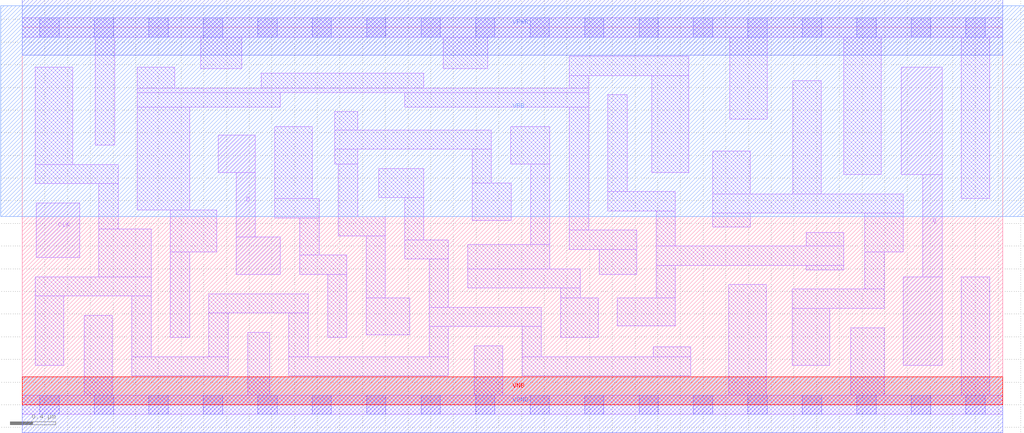
<source format=lef>
# Copyright 2020 The SkyWater PDK Authors
#
# Licensed under the Apache License, Version 2.0 (the "License");
# you may not use this file except in compliance with the License.
# You may obtain a copy of the License at
#
#     https://www.apache.org/licenses/LICENSE-2.0
#
# Unless required by applicable law or agreed to in writing, software
# distributed under the License is distributed on an "AS IS" BASIS,
# WITHOUT WARRANTIES OR CONDITIONS OF ANY KIND, either express or implied.
# See the License for the specific language governing permissions and
# limitations under the License.
#
# SPDX-License-Identifier: Apache-2.0

VERSION 5.7 ;
  NOWIREEXTENSIONATPIN ON ;
  DIVIDERCHAR "/" ;
  BUSBITCHARS "[]" ;
MACRO sky130_fd_sc_ms__dfxtp_2
  CLASS CORE ;
  FOREIGN sky130_fd_sc_ms__dfxtp_2 ;
  ORIGIN  0.000000  0.000000 ;
  SIZE  8.640000 BY  3.330000 ;
  SYMMETRY X Y ;
  SITE unit ;
  PIN D
    ANTENNAGATEAREA  0.138600 ;
    DIRECTION INPUT ;
    USE SIGNAL ;
    PORT
      LAYER li1 ;
        RECT 1.725000 2.050000 2.055000 2.380000 ;
        RECT 1.885000 1.150000 2.275000 1.480000 ;
        RECT 1.885000 1.480000 2.055000 2.050000 ;
    END
  END D
  PIN Q
    ANTENNADIFFAREA  0.509600 ;
    DIRECTION OUTPUT ;
    USE SIGNAL ;
    PORT
      LAYER li1 ;
        RECT 7.745000 2.030000 8.105000 2.980000 ;
        RECT 7.765000 0.350000 8.105000 1.130000 ;
        RECT 7.935000 1.130000 8.105000 2.030000 ;
    END
  END Q
  PIN CLK
    ANTENNAGATEAREA  0.312600 ;
    DIRECTION INPUT ;
    USE CLOCK ;
    PORT
      LAYER li1 ;
        RECT 0.125000 1.300000 0.505000 1.780000 ;
    END
  END CLK
  PIN VGND
    DIRECTION INOUT ;
    USE GROUND ;
    PORT
      LAYER met1 ;
        RECT 0.000000 -0.245000 8.640000 0.245000 ;
    END
  END VGND
  PIN VNB
    DIRECTION INOUT ;
    USE GROUND ;
    PORT
      LAYER pwell ;
        RECT 0.000000 0.000000 8.640000 0.245000 ;
    END
  END VNB
  PIN VPB
    DIRECTION INOUT ;
    USE POWER ;
    PORT
      LAYER nwell ;
        RECT -0.190000 1.660000 8.830000 3.520000 ;
    END
  END VPB
  PIN VPWR
    DIRECTION INOUT ;
    USE POWER ;
    PORT
      LAYER met1 ;
        RECT 0.000000 3.085000 8.640000 3.575000 ;
    END
  END VPWR
  OBS
    LAYER li1 ;
      RECT 0.000000 -0.085000 8.640000 0.085000 ;
      RECT 0.000000  3.245000 8.640000 3.415000 ;
      RECT 0.115000  0.350000 0.365000 0.960000 ;
      RECT 0.115000  0.960000 1.135000 1.130000 ;
      RECT 0.115000  1.950000 0.845000 2.120000 ;
      RECT 0.115000  2.120000 0.445000 2.980000 ;
      RECT 0.545000  0.085000 0.795000 0.790000 ;
      RECT 0.645000  2.290000 0.815000 3.245000 ;
      RECT 0.675000  1.130000 1.135000 1.550000 ;
      RECT 0.675000  1.550000 0.845000 1.950000 ;
      RECT 0.965000  0.255000 1.815000 0.425000 ;
      RECT 0.965000  0.425000 1.135000 0.960000 ;
      RECT 1.015000  1.720000 1.475000 2.625000 ;
      RECT 1.015000  2.625000 2.275000 2.755000 ;
      RECT 1.015000  2.755000 4.990000 2.795000 ;
      RECT 1.015000  2.795000 1.345000 2.980000 ;
      RECT 1.305000  0.595000 1.475000 1.350000 ;
      RECT 1.305000  1.350000 1.715000 1.720000 ;
      RECT 1.575000  2.965000 1.935000 3.245000 ;
      RECT 1.645000  0.425000 1.815000 0.810000 ;
      RECT 1.645000  0.810000 2.520000 0.980000 ;
      RECT 1.985000  0.085000 2.180000 0.640000 ;
      RECT 2.105000  2.795000 3.540000 2.925000 ;
      RECT 2.225000  1.650000 2.615000 1.820000 ;
      RECT 2.225000  1.820000 2.555000 2.455000 ;
      RECT 2.350000  0.255000 3.755000 0.425000 ;
      RECT 2.350000  0.425000 2.520000 0.810000 ;
      RECT 2.445000  1.150000 2.860000 1.320000 ;
      RECT 2.445000  1.320000 2.615000 1.650000 ;
      RECT 2.690000  0.595000 2.860000 1.150000 ;
      RECT 2.755000  2.125000 2.955000 2.255000 ;
      RECT 2.755000  2.255000 4.135000 2.425000 ;
      RECT 2.755000  2.425000 2.955000 2.585000 ;
      RECT 2.785000  1.490000 3.200000 1.660000 ;
      RECT 2.785000  1.660000 2.955000 2.125000 ;
      RECT 3.030000  0.615000 3.415000 0.945000 ;
      RECT 3.030000  0.945000 3.200000 1.490000 ;
      RECT 3.140000  1.830000 3.540000 2.085000 ;
      RECT 3.370000  1.285000 3.755000 1.455000 ;
      RECT 3.370000  1.455000 3.540000 1.830000 ;
      RECT 3.370000  2.625000 4.990000 2.755000 ;
      RECT 3.585000  0.425000 3.755000 0.690000 ;
      RECT 3.585000  0.690000 4.575000 0.860000 ;
      RECT 3.585000  0.860000 3.755000 1.285000 ;
      RECT 3.710000  2.965000 4.100000 3.245000 ;
      RECT 3.925000  1.030000 4.915000 1.200000 ;
      RECT 3.925000  1.200000 4.650000 1.415000 ;
      RECT 3.965000  1.625000 4.310000 1.955000 ;
      RECT 3.965000  1.955000 4.135000 2.255000 ;
      RECT 3.985000  0.085000 4.235000 0.520000 ;
      RECT 4.305000  2.125000 4.650000 2.455000 ;
      RECT 4.405000  0.255000 5.890000 0.425000 ;
      RECT 4.405000  0.425000 4.575000 0.690000 ;
      RECT 4.480000  1.415000 4.650000 2.125000 ;
      RECT 4.745000  0.595000 5.075000 0.945000 ;
      RECT 4.745000  0.945000 4.915000 1.030000 ;
      RECT 4.820000  1.370000 5.415000 1.540000 ;
      RECT 4.820000  1.540000 4.990000 2.625000 ;
      RECT 4.820000  2.795000 4.990000 2.905000 ;
      RECT 4.820000  2.905000 5.875000 3.075000 ;
      RECT 5.085000  1.150000 5.415000 1.370000 ;
      RECT 5.160000  1.710000 5.755000 1.880000 ;
      RECT 5.160000  1.880000 5.330000 2.735000 ;
      RECT 5.245000  0.695000 5.755000 0.945000 ;
      RECT 5.545000  2.050000 5.875000 2.905000 ;
      RECT 5.560000  0.425000 5.890000 0.510000 ;
      RECT 5.585000  0.945000 5.755000 1.230000 ;
      RECT 5.585000  1.230000 7.240000 1.400000 ;
      RECT 5.585000  1.400000 5.755000 1.710000 ;
      RECT 6.085000  1.570000 6.415000 1.690000 ;
      RECT 6.085000  1.690000 7.765000 1.860000 ;
      RECT 6.085000  1.860000 6.415000 2.240000 ;
      RECT 6.225000  0.085000 6.555000 1.060000 ;
      RECT 6.235000  2.520000 6.565000 3.245000 ;
      RECT 6.785000  0.350000 7.115000 0.850000 ;
      RECT 6.785000  0.850000 7.595000 1.020000 ;
      RECT 6.790000  1.860000 7.040000 2.860000 ;
      RECT 6.910000  1.190000 7.240000 1.230000 ;
      RECT 6.910000  1.400000 7.240000 1.520000 ;
      RECT 7.240000  2.030000 7.570000 3.245000 ;
      RECT 7.300000  0.085000 7.595000 0.680000 ;
      RECT 7.425000  1.020000 7.595000 1.350000 ;
      RECT 7.425000  1.350000 7.765000 1.690000 ;
      RECT 8.275000  0.085000 8.525000 1.130000 ;
      RECT 8.275000  1.820000 8.525000 3.245000 ;
    LAYER mcon ;
      RECT 0.155000 -0.085000 0.325000 0.085000 ;
      RECT 0.155000  3.245000 0.325000 3.415000 ;
      RECT 0.635000 -0.085000 0.805000 0.085000 ;
      RECT 0.635000  3.245000 0.805000 3.415000 ;
      RECT 1.115000 -0.085000 1.285000 0.085000 ;
      RECT 1.115000  3.245000 1.285000 3.415000 ;
      RECT 1.595000 -0.085000 1.765000 0.085000 ;
      RECT 1.595000  3.245000 1.765000 3.415000 ;
      RECT 2.075000 -0.085000 2.245000 0.085000 ;
      RECT 2.075000  3.245000 2.245000 3.415000 ;
      RECT 2.555000 -0.085000 2.725000 0.085000 ;
      RECT 2.555000  3.245000 2.725000 3.415000 ;
      RECT 3.035000 -0.085000 3.205000 0.085000 ;
      RECT 3.035000  3.245000 3.205000 3.415000 ;
      RECT 3.515000 -0.085000 3.685000 0.085000 ;
      RECT 3.515000  3.245000 3.685000 3.415000 ;
      RECT 3.995000 -0.085000 4.165000 0.085000 ;
      RECT 3.995000  3.245000 4.165000 3.415000 ;
      RECT 4.475000 -0.085000 4.645000 0.085000 ;
      RECT 4.475000  3.245000 4.645000 3.415000 ;
      RECT 4.955000 -0.085000 5.125000 0.085000 ;
      RECT 4.955000  3.245000 5.125000 3.415000 ;
      RECT 5.435000 -0.085000 5.605000 0.085000 ;
      RECT 5.435000  3.245000 5.605000 3.415000 ;
      RECT 5.915000 -0.085000 6.085000 0.085000 ;
      RECT 5.915000  3.245000 6.085000 3.415000 ;
      RECT 6.395000 -0.085000 6.565000 0.085000 ;
      RECT 6.395000  3.245000 6.565000 3.415000 ;
      RECT 6.875000 -0.085000 7.045000 0.085000 ;
      RECT 6.875000  3.245000 7.045000 3.415000 ;
      RECT 7.355000 -0.085000 7.525000 0.085000 ;
      RECT 7.355000  3.245000 7.525000 3.415000 ;
      RECT 7.835000 -0.085000 8.005000 0.085000 ;
      RECT 7.835000  3.245000 8.005000 3.415000 ;
      RECT 8.315000 -0.085000 8.485000 0.085000 ;
      RECT 8.315000  3.245000 8.485000 3.415000 ;
  END
END sky130_fd_sc_ms__dfxtp_2
END LIBRARY

</source>
